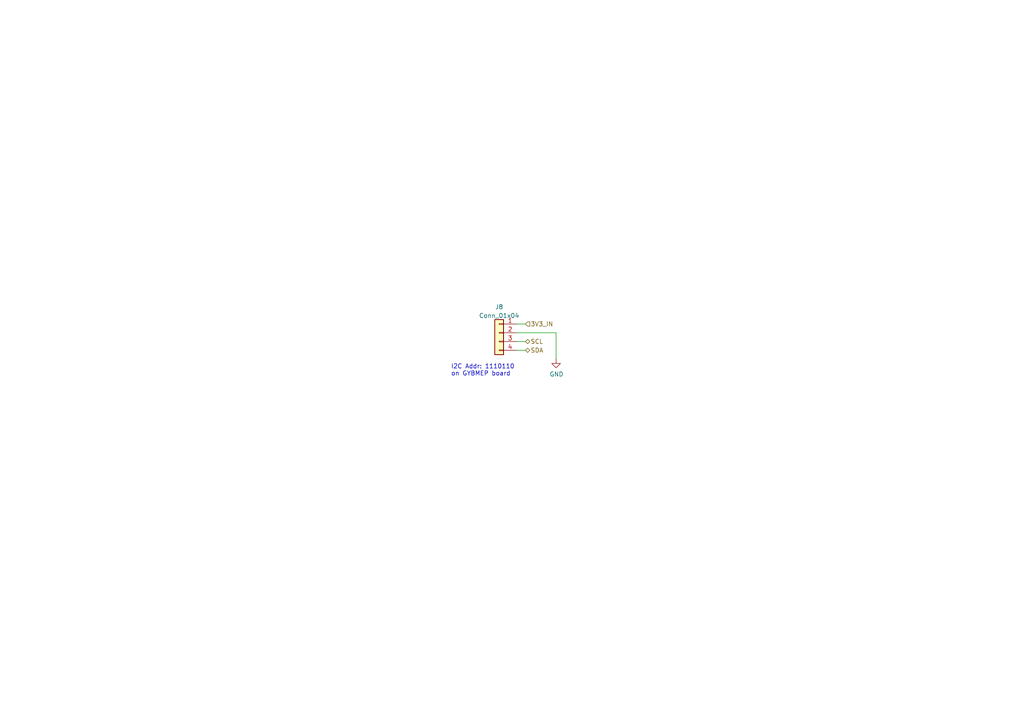
<source format=kicad_sch>
(kicad_sch (version 20211123) (generator eeschema)
  (paper "A4")
  (title_block (title "CO2 Chamber - Atmospheric Sensor Connector") (date "2022-06-21") (rev "2"))
  (lib_symbols
    (symbol "Connector_Generic:Conn_01x04" (pin_names (offset 1.016) hide)
      (property "Reference" "J" (at 0 5.08 0))
      (property "Value" "Conn_01x04" (at 0 -7.62 0))
      (symbol "Conn_01x04_1_1"
        (rectangle (start -1.27 -4.953) (end 0 -5.207) (stroke (width 0.1524)))
        (rectangle (start -1.27 -2.413) (end 0 -2.667) (stroke (width 0.1524)))
        (rectangle (start -1.27 0.127) (end 0 -0.127) (stroke (width 0.1524)))
        (rectangle (start -1.27 2.667) (end 0 2.413) (stroke (width 0.1524)))
        (rectangle (start -1.27 3.81) (end 1.27 -6.35) (stroke (width 0.254)) (fill (type background)))
        (pin passive line (at -5.08 2.54 0) (length 3.81) (name "Pin_1") (number "1"))
        (pin passive line (at -5.08 0 0) (length 3.81) (name "Pin_2") (number "2"))
        (pin passive line (at -5.08 -2.54 0) (length 3.81) (name "Pin_3") (number "3"))
        (pin passive line (at -5.08 -5.08 0) (length 3.81) (name "Pin_4") (number "4"))
      )
    )
    (symbol "power:GND" (power) (pin_names (offset 0))
      (property "Value" "GND" (at 0 -3.81 0))
      (symbol "GND_0_1"
        (polyline (pts (xy 0 0) (xy 0 -1.27) (xy 1.27 -1.27) (xy 0 -2.54) (xy -1.27 -1.27) (xy 0 -1.27)))
      )
      (symbol "GND_1_1"
        (pin power_in line (at 0 0 270) (length 0) hide (name "GND") (number "1"))
      )
    )
  )
  (wire (pts (xy 149.86 93.98) (xy 152.4 93.98)))
  (wire (pts (xy 149.86 99.06) (xy 152.4 99.06)))
  (wire (pts (xy 161.29 96.52) (xy 149.86 96.52)))
  (wire (pts (xy 149.86 101.6) (xy 152.4 101.6)))
  (wire (pts (xy 161.29 96.52) (xy 161.29 104.14)))
  (text "I2C Addr: 1110110\non GYBMEP board" (at 130.81 109.22 0) (effects (font (size 1.27 1.27)) (justify left bottom)))
  (hierarchical_label "SDA" (shape bidirectional) (at 152.4 101.6 0))
  (hierarchical_label "3V3_IN" (shape input) (at 152.4 93.98 0))
  (hierarchical_label "SCL" (shape bidirectional) (at 152.4 99.06 0))
  (symbol (lib_id "power:GND") (at 161.29 104.14 0) (unit 1)
    (property "Reference" "#PWR050" (effects hide))
    (property "Value" "GND" (at 161.417 108.5342 0))
  )
  (symbol (lib_id "Connector_Generic:Conn_01x04") (at 144.78 96.52 0) (mirror y) (unit 1)
    (property "Reference" "J8" (at 144.78 89.0102 0))
    (property "Value" "Conn_01x04" (at 144.78 91.5471 0))
    (property "Footprint" "Connector_JST:JST_XH_B4B-XH-A_1x04_P2.50mm_Vertical" (effects hide))
    (property "LCSC" "C37815" (effects hide))
  )
)
</source>
